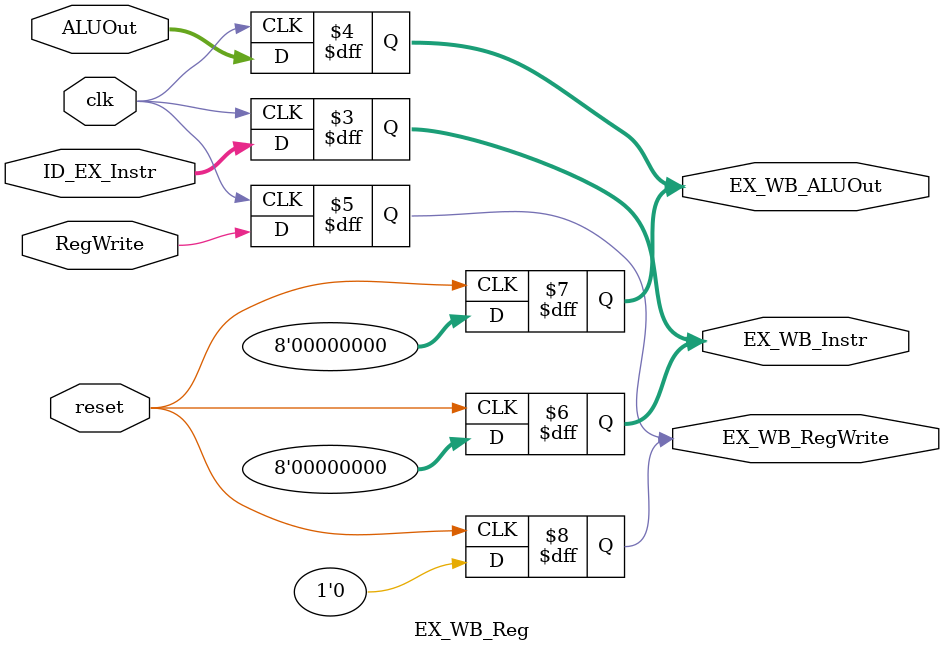
<source format=v>
`timescale 1ns / 1ps
module EX_WB_Reg(
    input clk,
    input reset,
	 input [7:0] ID_EX_Instr,
    input [7:0] ALUOut,
    input RegWrite,
	 output reg [7:0] EX_WB_Instr,
    output reg [7:0] EX_WB_ALUOut,
    output reg EX_WB_RegWrite
    );

always@(negedge reset)
begin
	EX_WB_Instr <= 0;
	EX_WB_ALUOut <= 0;
	EX_WB_RegWrite <= 0;
end

always@(posedge clk)
begin
	EX_WB_Instr <= ID_EX_Instr;
	EX_WB_ALUOut <= ALUOut;
	EX_WB_RegWrite <= RegWrite;
end

endmodule

</source>
